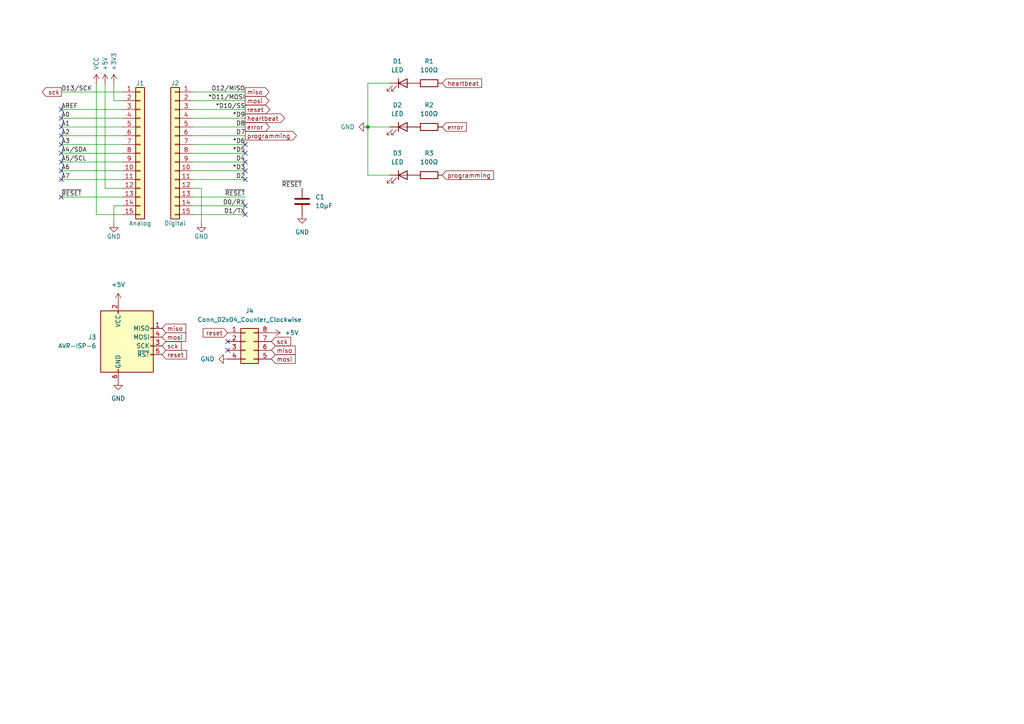
<source format=kicad_sch>
(kicad_sch (version 20250114) (generator "eeschema") (generator_version "9.0")
  (paper "A4")
  (title_block (date "sam. 04 avril 2015"))
  (lib_symbols
    (symbol "Connector:AVR-ISP-6" (pin_names (offset 1.016))
      (property "Reference" "J" (at -6.35 11.43 0))
      (property "Value" "AVR-ISP-6" (at 0 11.43 0))
      (symbol "AVR-ISP-6_0_1"
        (rectangle (start -2.667 10.16) (end -2.413 9.398))
        (rectangle (start -2.667 -6.858) (end -2.413 -7.62))
        (rectangle (start 7.62 10.16) (end -7.62 -7.62) (stroke (width 0.254)) (fill (type background)))
        (rectangle (start 7.62 5.207) (end 6.858 4.953))
        (rectangle (start 7.62 2.667) (end 6.858 2.413))
        (rectangle (start 7.62 0.127) (end 6.858 -0.127))
        (rectangle (start 7.62 -2.413) (end 6.858 -2.667))
      )
      (symbol "AVR-ISP-6_1_1"
        (pin passive line (at -2.54 12.7 270) (length 2.54) (name "VCC") (number "2"))
        (pin passive line (at -2.54 -10.16 90) (length 2.54) (name "GND") (number "6"))
        (pin passive line (at 10.16 5.08 180) (length 2.54) (name "MISO") (number "1"))
        (pin passive line (at 10.16 2.54 180) (length 2.54) (name "MOSI") (number "4"))
        (pin passive line (at 10.16 0 180) (length 2.54) (name "SCK") (number "3"))
        (pin passive line (at 10.16 -2.54 180) (length 2.54) (name "~{RST}") (number "5"))
      )
    )
    (symbol "Connector_Generic:Conn_01x15" (pin_names (offset 1.016) (hide yes))
      (property "Reference" "J" (at 0 20.32 0))
      (property "Value" "Conn_01x15" (at 0 -20.32 0))
      (symbol "Conn_01x15_1_1"
        (rectangle (start -1.27 19.05) (end 1.27 -19.05) (stroke (width 0.254)) (fill (type background)))
        (rectangle (start -1.27 17.907) (end 0 17.653) (stroke (width 0.1524)))
        (rectangle (start -1.27 15.367) (end 0 15.113) (stroke (width 0.1524)))
        (rectangle (start -1.27 12.827) (end 0 12.573) (stroke (width 0.1524)))
        (rectangle (start -1.27 10.287) (end 0 10.033) (stroke (width 0.1524)))
        (rectangle (start -1.27 7.747) (end 0 7.493) (stroke (width 0.1524)))
        (rectangle (start -1.27 5.207) (end 0 4.953) (stroke (width 0.1524)))
        (rectangle (start -1.27 2.667) (end 0 2.413) (stroke (width 0.1524)))
        (rectangle (start -1.27 0.127) (end 0 -0.127) (stroke (width 0.1524)))
        (rectangle (start -1.27 -2.413) (end 0 -2.667) (stroke (width 0.1524)))
        (rectangle (start -1.27 -4.953) (end 0 -5.207) (stroke (width 0.1524)))
        (rectangle (start -1.27 -7.493) (end 0 -7.747) (stroke (width 0.1524)))
        (rectangle (start -1.27 -10.033) (end 0 -10.287) (stroke (width 0.1524)))
        (rectangle (start -1.27 -12.573) (end 0 -12.827) (stroke (width 0.1524)))
        (rectangle (start -1.27 -15.113) (end 0 -15.367) (stroke (width 0.1524)))
        (rectangle (start -1.27 -17.653) (end 0 -17.907) (stroke (width 0.1524)))
        (pin passive line (at -5.08 17.78 0) (length 3.81) (name "Pin_1") (number "1"))
        (pin passive line (at -5.08 15.24 0) (length 3.81) (name "Pin_2") (number "2"))
        (pin passive line (at -5.08 12.7 0) (length 3.81) (name "Pin_3") (number "3"))
        (pin passive line (at -5.08 10.16 0) (length 3.81) (name "Pin_4") (number "4"))
        (pin passive line (at -5.08 7.62 0) (length 3.81) (name "Pin_5") (number "5"))
        (pin passive line (at -5.08 5.08 0) (length 3.81) (name "Pin_6") (number "6"))
        (pin passive line (at -5.08 2.54 0) (length 3.81) (name "Pin_7") (number "7"))
        (pin passive line (at -5.08 0 0) (length 3.81) (name "Pin_8") (number "8"))
        (pin passive line (at -5.08 -2.54 0) (length 3.81) (name "Pin_9") (number "9"))
        (pin passive line (at -5.08 -5.08 0) (length 3.81) (name "Pin_10") (number "10"))
        (pin passive line (at -5.08 -7.62 0) (length 3.81) (name "Pin_11") (number "11"))
        (pin passive line (at -5.08 -10.16 0) (length 3.81) (name "Pin_12") (number "12"))
        (pin passive line (at -5.08 -12.7 0) (length 3.81) (name "Pin_13") (number "13"))
        (pin passive line (at -5.08 -15.24 0) (length 3.81) (name "Pin_14") (number "14"))
        (pin passive line (at -5.08 -17.78 0) (length 3.81) (name "Pin_15") (number "15"))
      )
    )
    (symbol "Connector_Generic:Conn_02x04_Counter_Clockwise" (pin_names (offset 1.016) (hide yes))
      (property "Reference" "J" (at 1.27 5.08 0))
      (property "Value" "Conn_02x04_Counter_Clockwise" (at 1.27 -7.62 0))
      (symbol "Conn_02x04_Counter_Clockwise_1_1"
        (rectangle (start -1.27 3.81) (end 3.81 -6.35) (stroke (width 0.254)) (fill (type background)))
        (rectangle (start -1.27 2.667) (end 0 2.413) (stroke (width 0.1524)))
        (rectangle (start -1.27 0.127) (end 0 -0.127) (stroke (width 0.1524)))
        (rectangle (start -1.27 -2.413) (end 0 -2.667) (stroke (width 0.1524)))
        (rectangle (start -1.27 -4.953) (end 0 -5.207) (stroke (width 0.1524)))
        (rectangle (start 3.81 2.667) (end 2.54 2.413) (stroke (width 0.1524)))
        (rectangle (start 3.81 0.127) (end 2.54 -0.127) (stroke (width 0.1524)))
        (rectangle (start 3.81 -2.413) (end 2.54 -2.667) (stroke (width 0.1524)))
        (rectangle (start 3.81 -4.953) (end 2.54 -5.207) (stroke (width 0.1524)))
        (pin passive line (at -5.08 2.54 0) (length 3.81) (name "Pin_1") (number "1"))
        (pin passive line (at -5.08 0 0) (length 3.81) (name "Pin_2") (number "2"))
        (pin passive line (at -5.08 -2.54 0) (length 3.81) (name "Pin_3") (number "3"))
        (pin passive line (at -5.08 -5.08 0) (length 3.81) (name "Pin_4") (number "4"))
        (pin passive line (at 7.62 2.54 180) (length 3.81) (name "Pin_8") (number "8"))
        (pin passive line (at 7.62 0 180) (length 3.81) (name "Pin_7") (number "7"))
        (pin passive line (at 7.62 -2.54 180) (length 3.81) (name "Pin_6") (number "6"))
        (pin passive line (at 7.62 -5.08 180) (length 3.81) (name "Pin_5") (number "5"))
      )
    )
    (symbol "Device:C" (pin_numbers (hide yes)) (pin_names (offset 0.254))
      (property "Reference" "C" (at 0.635 2.54 0))
      (property "Value" "C" (at 0.635 -2.54 0))
      (symbol "C_0_1"
        (polyline (pts (xy -2.032 0.762) (xy 2.032 0.762)) (stroke (width 0.508)))
        (polyline (pts (xy -2.032 -0.762) (xy 2.032 -0.762)) (stroke (width 0.508)))
      )
      (symbol "C_1_1"
        (pin passive line (at 0 3.81 270) (length 2.794) (name "~") (number "1"))
        (pin passive line (at 0 -3.81 90) (length 2.794) (name "~") (number "2"))
      )
    )
    (symbol "Device:LED" (pin_numbers (hide yes)) (pin_names (offset 1.016) (hide yes))
      (property "Reference" "D" (at 0 2.54 0))
      (property "Value" "LED" (at 0 -2.54 0))
      (symbol "LED_0_1"
        (polyline (pts (xy -3.048 -0.762) (xy -4.572 -2.286) (xy -3.81 -2.286) (xy -4.572 -2.286) (xy -4.572 -1.524)))
        (polyline (pts (xy -1.778 -0.762) (xy -3.302 -2.286) (xy -2.54 -2.286) (xy -3.302 -2.286) (xy -3.302 -1.524)))
        (polyline (pts (xy -1.27 0) (xy 1.27 0)))
        (polyline (pts (xy -1.27 -1.27) (xy -1.27 1.27)) (stroke (width 0.254)))
        (polyline (pts (xy 1.27 -1.27) (xy 1.27 1.27) (xy -1.27 0) (xy 1.27 -1.27)) (stroke (width 0.254)))
      )
      (symbol "LED_1_1"
        (pin passive line (at -3.81 0 0) (length 2.54) (name "K") (number "1"))
        (pin passive line (at 3.81 0 180) (length 2.54) (name "A") (number "2"))
      )
    )
    (symbol "Device:R" (pin_numbers (hide yes)) (pin_names (offset 0))
      (property "Reference" "R" (at 2.032 0 90))
      (property "Value" "R" (at 0 0 90))
      (symbol "R_0_1"
        (rectangle (start -1.016 -2.54) (end 1.016 2.54) (stroke (width 0.254)))
      )
      (symbol "R_1_1"
        (pin passive line (at 0 3.81 270) (length 1.27) (name "~") (number "1"))
        (pin passive line (at 0 -3.81 90) (length 1.27) (name "~") (number "2"))
      )
    )
    (symbol "power:+3.3V" (power) (pin_numbers (hide yes)) (pin_names (offset 0) (hide yes))
      (property "Value" "+3.3V" (at 0 3.556 0))
      (symbol "+3.3V_0_1"
        (polyline (pts (xy -0.762 1.27) (xy 0 2.54)))
        (polyline (pts (xy 0 2.54) (xy 0.762 1.27)))
        (polyline (pts (xy 0 0) (xy 0 2.54)))
      )
      (symbol "+3.3V_1_1"
        (pin power_in line (at 0 0 90) (length 0) (name "~") (number "1"))
      )
    )
    (symbol "power:+5V" (power) (pin_numbers (hide yes)) (pin_names (offset 0) (hide yes))
      (property "Value" "+5V" (at 0 3.556 0))
      (symbol "+5V_0_1"
        (polyline (pts (xy -0.762 1.27) (xy 0 2.54)))
        (polyline (pts (xy 0 2.54) (xy 0.762 1.27)))
        (polyline (pts (xy 0 0) (xy 0 2.54)))
      )
      (symbol "+5V_1_1"
        (pin power_in line (at 0 0 90) (length 0) (name "~") (number "1"))
      )
    )
    (symbol "power:GND" (power) (pin_numbers (hide yes)) (pin_names (offset 0) (hide yes))
      (property "Value" "GND" (at 0 -3.81 0))
      (symbol "GND_0_1"
        (polyline (pts (xy 0 0) (xy 0 -1.27) (xy 1.27 -1.27) (xy 0 -2.54) (xy -1.27 -1.27) (xy 0 -1.27)))
      )
      (symbol "GND_1_1"
        (pin power_in line (at 0 0 270) (length 0) (name "~") (number "1"))
      )
    )
    (symbol "power:VCC" (power) (pin_numbers (hide yes)) (pin_names (offset 0) (hide yes))
      (property "Value" "VCC" (at 0 3.556 0))
      (symbol "VCC_0_1"
        (polyline (pts (xy -0.762 1.27) (xy 0 2.54)))
        (polyline (pts (xy 0 2.54) (xy 0.762 1.27)))
        (polyline (pts (xy 0 0) (xy 0 2.54)))
      )
      (symbol "VCC_1_1"
        (pin power_in line (at 0 0 90) (length 0) (name "~") (number "1"))
      )
    )
  )
  (junction (at 106.68 36.83))
  (no_connect (at 17.78 41.91))
  (no_connect (at 71.12 49.53))
  (no_connect (at 71.12 41.91))
  (no_connect (at 17.78 52.07))
  (no_connect (at 71.12 46.99))
  (no_connect (at 66.04 99.06))
  (no_connect (at 66.04 101.6))
  (no_connect (at 71.12 52.07))
  (no_connect (at 17.78 49.53))
  (no_connect (at 17.78 39.37))
  (no_connect (at 17.78 34.29))
  (no_connect (at 17.78 57.15))
  (no_connect (at 17.78 46.99))
  (no_connect (at 71.12 62.23))
  (no_connect (at 71.12 44.45))
  (no_connect (at 71.12 59.69))
  (no_connect (at 17.78 36.83))
  (no_connect (at 17.78 44.45))
  (no_connect (at 17.78 31.75))
  (wire (pts (xy 55.88 59.69) (xy 71.12 59.69)))
  (wire (pts (xy 35.56 29.21) (xy 33.02 29.21)))
  (wire (pts (xy 17.78 39.37) (xy 35.56 39.37)))
  (wire (pts (xy 17.78 44.45) (xy 35.56 44.45)))
  (wire (pts (xy 30.48 24.13) (xy 30.48 54.61)))
  (wire (pts (xy 35.56 54.61) (xy 30.48 54.61)))
  (wire (pts (xy 17.78 41.91) (xy 35.56 41.91)))
  (wire (pts (xy 55.88 31.75) (xy 71.12 31.75)))
  (wire (pts (xy 106.68 24.13) (xy 113.03 24.13)))
  (wire (pts (xy 55.88 36.83) (xy 71.12 36.83)))
  (wire (pts (xy 55.88 39.37) (xy 71.12 39.37)))
  (wire (pts (xy 55.88 52.07) (xy 71.12 52.07)))
  (wire (pts (xy 106.68 36.83) (xy 106.68 24.13)))
  (wire (pts (xy 17.78 31.75) (xy 35.56 31.75)))
  (wire (pts (xy 55.88 44.45) (xy 71.12 44.45)))
  (wire (pts (xy 33.02 24.13) (xy 33.02 29.21)))
  (wire (pts (xy 55.88 54.61) (xy 58.42 54.61)))
  (wire (pts (xy 55.88 26.67) (xy 71.12 26.67)))
  (wire (pts (xy 27.94 24.13) (xy 27.94 62.23)))
  (wire (pts (xy 35.56 62.23) (xy 27.94 62.23)))
  (wire (pts (xy 17.78 57.15) (xy 35.56 57.15)))
  (wire (pts (xy 55.88 41.91) (xy 71.12 41.91)))
  (wire (pts (xy 55.88 46.99) (xy 71.12 46.99)))
  (wire (pts (xy 113.03 36.83) (xy 106.68 36.83)))
  (wire (pts (xy 17.78 34.29) (xy 35.56 34.29)))
  (wire (pts (xy 113.03 50.8) (xy 106.68 50.8)))
  (wire (pts (xy 17.78 26.67) (xy 35.56 26.67)))
  (wire (pts (xy 55.88 49.53) (xy 71.12 49.53)))
  (wire (pts (xy 106.68 50.8) (xy 106.68 36.83)))
  (wire (pts (xy 17.78 52.07) (xy 35.56 52.07)))
  (wire (pts (xy 17.78 46.99) (xy 35.56 46.99)))
  (wire (pts (xy 55.88 34.29) (xy 71.12 34.29)))
  (wire (pts (xy 55.88 57.15) (xy 71.12 57.15)))
  (wire (pts (xy 58.42 54.61) (xy 58.42 64.77)))
  (wire (pts (xy 55.88 62.23) (xy 71.12 62.23)))
  (wire (pts (xy 17.78 49.53) (xy 35.56 49.53)))
  (wire (pts (xy 33.02 59.69) (xy 33.02 64.77)))
  (wire (pts (xy 35.56 59.69) (xy 33.02 59.69)))
  (wire (pts (xy 17.78 36.83) (xy 35.56 36.83)))
  (wire (pts (xy 55.88 29.21) (xy 71.12 29.21)))
  (label "D4" (at 71.12 46.99 180))
  (label "*D5" (at 71.12 44.45 180))
  (label "A2" (at 17.78 39.37 0))
  (label "D7" (at 71.12 39.37 180))
  (label "D13{slash}SCK" (at 17.78 26.67 0))
  (label "A7" (at 17.78 52.07 0))
  (label "*D6" (at 71.12 41.91 180))
  (label "*D11{slash}MOSI" (at 71.12 29.21 180))
  (label "A1" (at 17.78 36.83 0))
  (label "~{RESET}" (at 87.63 54.61 180))
  (label "A4{slash}SDA" (at 17.78 44.45 0))
  (label "A5{slash}SCL" (at 17.78 46.99 0))
  (label "A3" (at 17.78 41.91 0))
  (label "~{RESET}" (at 71.12 57.15 180))
  (label "~{RESET}" (at 17.78 57.15 0))
  (label "A6" (at 17.78 49.53 0))
  (label "A0" (at 17.78 34.29 0))
  (label "*D9" (at 71.12 34.29 180))
  (label "*D3" (at 71.12 49.53 180))
  (label "D2" (at 71.12 52.07 180))
  (label "D8" (at 71.12 36.83 180))
  (label "D1{slash}TX" (at 71.12 62.23 180))
  (label "D0{slash}RX" (at 71.12 59.69 180))
  (label "AREF" (at 17.78 31.75 0))
  (label "*D10{slash}SS" (at 71.12 31.75 180))
  (label "D12{slash}MISO" (at 71.12 26.67 180))
  (global_label "miso" (shape input) (at 46.99 95.25 0) (property "Intersheetrefs" "${INTERSHEET_REFS}" (effects (hide yes))))
  (global_label "error" (shape output) (at 71.12 36.83 0) (property "Intersheetrefs" "${INTERSHEET_REFS}" (effects (hide yes))))
  (global_label "reset" (shape output) (at 71.12 31.75 0) (property "Intersheetrefs" "${INTERSHEET_REFS}" (effects (hide yes))))
  (global_label "mosi" (shape input) (at 46.99 97.79 0) (property "Intersheetrefs" "${INTERSHEET_REFS}" (effects (hide yes))))
  (global_label "reset" (shape input) (at 66.04 96.52 180) (property "Intersheetrefs" "${INTERSHEET_REFS}" (effects (hide yes))))
  (global_label "programming" (shape input) (at 128.27 50.8 0) (property "Intersheetrefs" "${INTERSHEET_REFS}" (effects (hide yes))))
  (global_label "heartbeat" (shape output) (at 71.12 34.29 0) (property "Intersheetrefs" "${INTERSHEET_REFS}" (effects (hide yes))))
  (global_label "sck" (shape input) (at 78.74 99.06 0) (property "Intersheetrefs" "${INTERSHEET_REFS}" (effects (hide yes))))
  (global_label "heartbeat" (shape input) (at 128.27 24.13 0) (property "Intersheetrefs" "${INTERSHEET_REFS}" (effects (hide yes))))
  (global_label "mosi" (shape output) (at 71.12 29.21 0) (property "Intersheetrefs" "${INTERSHEET_REFS}" (effects (hide yes))))
  (global_label "error" (shape input) (at 128.27 36.83 0) (property "Intersheetrefs" "${INTERSHEET_REFS}" (effects (hide yes))))
  (global_label "sck" (shape output) (at 17.78 26.67 180) (property "Intersheetrefs" "${INTERSHEET_REFS}" (effects (hide yes))))
  (global_label "miso" (shape output) (at 71.12 26.67 0) (property "Intersheetrefs" "${INTERSHEET_REFS}" (effects (hide yes))))
  (global_label "programming" (shape output) (at 71.12 39.37 0) (property "Intersheetrefs" "${INTERSHEET_REFS}" (effects (hide yes))))
  (global_label "reset" (shape input) (at 46.99 102.87 0) (property "Intersheetrefs" "${INTERSHEET_REFS}" (effects (hide yes))))
  (global_label "sck" (shape input) (at 46.99 100.33 0) (property "Intersheetrefs" "${INTERSHEET_REFS}" (effects (hide yes))))
  (global_label "miso" (shape input) (at 78.74 101.6 0) (property "Intersheetrefs" "${INTERSHEET_REFS}" (effects (hide yes))))
  (global_label "mosi" (shape input) (at 78.74 104.14 0) (property "Intersheetrefs" "${INTERSHEET_REFS}" (effects (hide yes))))
  (symbol (lib_id "Connector_Generic:Conn_01x15") (at 40.64 44.45 0) (unit 1)
    (property "Reference" "J1" (at 40.64 24.13 0))
    (property "Value" "Analog" (at 40.64 64.77 0))
    (property "Footprint" "Connector_PinHeader_2.54mm:PinHeader_1x15_P2.54mm_Vertical" (effects (hide yes)))
    (property "Description" "Generic connector, single row, 01x15, script generated (kicad-library-utils/schlib/autogen/connector/)" (effects (hide yes)))
  )
  (symbol (lib_id "Connector_Generic:Conn_01x15") (at 50.8 44.45 0) (mirror y) (unit 1)
    (property "Reference" "J2" (at 50.8 24.13 0))
    (property "Value" "Digital" (at 50.8 64.77 0))
    (property "Footprint" "Connector_PinHeader_2.54mm:PinHeader_1x15_P2.54mm_Vertical" (effects (hide yes)))
    (property "Description" "Generic connector, single row, 01x15, script generated (kicad-library-utils/schlib/autogen/connector/)" (effects (hide yes)))
  )
  (symbol (lib_id "Connector:AVR-ISP-6") (at 36.83 100.33 0) (unit 1)
    (property "Reference" "J3" (at 27.94 97.7899 0) (effects (justify right)))
    (property "Value" "AVR-ISP-6" (at 27.94 100.3299 0) (effects (justify right)))
    (property "Footprint" "CustomLibrary:IDC-Header_2x03_P2.54mm_Vertical-ICSP-6" (effects (hide yes)))
    (property "Description" "Atmel 6-pin ISP connector" (effects (hide yes)))
  )
  (symbol (lib_id "Device:LED") (at 116.84 50.8 0) (unit 1)
    (property "Reference" "D3" (at 115.2525 44.45 0))
    (property "Value" "LED" (at 115.2525 46.99 0))
    (property "Footprint" "LED_SMD:LED_0603_1608Metric" (effects (hide yes)))
    (property "Description" "Light emitting diode" (effects (hide yes)))
    (property "Sim.Pins" "1=K 2=A" (effects (hide yes)))
  )
  (symbol (lib_id "Device:LED") (at 116.84 24.13 0) (unit 1)
    (property "Reference" "D1" (at 115.2525 17.78 0))
    (property "Value" "LED" (at 115.2525 20.32 0))
    (property "Footprint" "LED_SMD:LED_0603_1608Metric" (effects (hide yes)))
    (property "Description" "Light emitting diode" (effects (hide yes)))
    (property "Sim.Pins" "1=K 2=A" (effects (hide yes)))
  )
  (symbol (lib_id "Device:C") (at 87.63 58.42 0) (unit 1)
    (property "Reference" "C1" (at 91.44 57.1499 0) (effects (justify left)))
    (property "Value" "10µF" (at 91.44 59.6899 0) (effects (justify left)))
    (property "Footprint" "Capacitor_SMD:C_0603_1608Metric" (effects (hide yes)))
    (property "Description" "Unpolarized capacitor" (effects (hide yes)))
  )
  (symbol (lib_id "power:GND") (at 87.63 62.23 0) (unit 1)
    (property "Reference" "#PWR02" (effects (hide yes)))
    (property "Value" "GND" (at 87.63 67.31 0))
    (property "Description" "Power symbol creates a global label with name \"GND\" , ground" (effects (hide yes)))
  )
  (symbol (lib_id "power:GND") (at 106.68 36.83 270) (unit 1)
    (property "Reference" "#PWR01" (effects (hide yes)))
    (property "Value" "GND" (at 102.87 36.8299 90) (effects (justify right)))
    (property "Description" "Power symbol creates a global label with name \"GND\" , ground" (effects (hide yes)))
  )
  (symbol (lib_id "Device:R") (at 124.46 24.13 90) (unit 1)
    (property "Reference" "R1" (at 124.46 17.78 90))
    (property "Value" "100Ω" (at 124.46 20.32 90))
    (property "Footprint" "Resistor_SMD:R_0603_1608Metric" (effects (hide yes)))
    (property "Description" "Resistor" (effects (hide yes)))
  )
  (symbol (lib_id "Connector_Generic:Conn_02x04_Counter_Clockwise") (at 71.12 99.06 0) (unit 1)
    (property "Reference" "J4" (at 72.39 90.17 0))
    (property "Value" "Conn_02x04_Counter_Clockwise" (at 72.39 92.71 0))
    (property "Footprint" "CustomLibrary:PinHeader_2x04_P2.54mm_Vertical_Counterclockwise-Clip" (effects (hide yes)))
    (property "Description" "Generic connector, double row, 02x04, counter clockwise pin numbering scheme (similar to DIP package numbering), script generated (kicad-library-utils/schlib/autogen/connector/)" (effects (hide yes)))
  )
  (symbol (lib_id "power:+5V") (at 30.48 24.13 0) (unit 1)
    (property "Reference" "#PWR0103" (effects (hide yes)))
    (property "Value" "+5V" (at 30.48 20.574 90) (effects (justify left)))
    (property "Description" "Power symbol creates a global label with name \"+5V\"" (effects (hide yes)))
  )
  (symbol (lib_id "power:+3.3V") (at 33.02 24.13 0) (unit 1)
    (property "Reference" "#PWR0102" (effects (hide yes)))
    (property "Value" "+3V3" (at 33.02 20.574 90) (effects (justify left)))
    (property "Description" "Power symbol creates a global label with name \"+3.3V\"" (effects (hide yes)))
  )
  (symbol (lib_id "power:+5V") (at 34.29 87.63 0) (unit 1)
    (property "Reference" "#PWR07" (effects (hide yes)))
    (property "Value" "+5V" (at 34.29 82.55 0))
    (property "Description" "Power symbol creates a global label with name \"+5V\"" (effects (hide yes)))
  )
  (symbol (lib_id "power:VCC") (at 27.94 24.13 0) (unit 1)
    (property "Reference" "#PWR0101" (effects (hide yes)))
    (property "Value" "VCC" (at 27.94 20.32 90) (effects (justify left)))
    (property "Description" "Power symbol creates a global label with name \"VCC\"" (effects (hide yes)))
  )
  (symbol (lib_id "power:GND") (at 34.29 110.49 0) (unit 1)
    (property "Reference" "#PWR04" (effects (hide yes)))
    (property "Value" "GND" (at 34.29 115.57 0))
    (property "Description" "Power symbol creates a global label with name \"GND\" , ground" (effects (hide yes)))
  )
  (symbol (lib_id "power:+5V") (at 78.74 96.52 270) (unit 1)
    (property "Reference" "#PWR08" (effects (hide yes)))
    (property "Value" "+5V" (at 82.55 96.5199 90) (effects (justify left)))
    (property "Description" "Power symbol creates a global label with name \"+5V\"" (effects (hide yes)))
  )
  (symbol (lib_id "power:GND") (at 66.04 104.14 270) (unit 1)
    (property "Reference" "#PWR06" (effects (hide yes)))
    (property "Value" "GND" (at 62.23 104.1399 90) (effects (justify right)))
    (property "Description" "Power symbol creates a global label with name \"GND\" , ground" (effects (hide yes)))
  )
  (symbol (lib_id "power:GND") (at 58.42 64.77 0) (unit 1)
    (property "Reference" "#PWR0105" (effects (hide yes)))
    (property "Value" "GND" (at 58.42 68.58 0))
    (property "Description" "Power symbol creates a global label with name \"GND\" , ground" (effects (hide yes)))
  )
  (symbol (lib_id "Device:LED") (at 116.84 36.83 0) (unit 1)
    (property "Reference" "D2" (at 115.2525 30.48 0))
    (property "Value" "LED" (at 115.2525 33.02 0))
    (property "Footprint" "LED_SMD:LED_0603_1608Metric" (effects (hide yes)))
    (property "Description" "Light emitting diode" (effects (hide yes)))
    (property "Sim.Pins" "1=K 2=A" (effects (hide yes)))
  )
  (symbol (lib_id "Device:R") (at 124.46 36.83 90) (unit 1)
    (property "Reference" "R2" (at 124.46 30.48 90))
    (property "Value" "100Ω" (at 124.46 33.02 90))
    (property "Footprint" "Resistor_SMD:R_0603_1608Metric" (effects (hide yes)))
    (property "Description" "Resistor" (effects (hide yes)))
  )
  (symbol (lib_id "Device:R") (at 124.46 50.8 90) (unit 1)
    (property "Reference" "R3" (at 124.46 44.45 90))
    (property "Value" "100Ω" (at 124.46 46.99 90))
    (property "Footprint" "Resistor_SMD:R_0603_1608Metric" (effects (hide yes)))
    (property "Description" "Resistor" (effects (hide yes)))
  )
  (symbol (lib_id "power:GND") (at 33.02 64.77 0) (unit 1)
    (property "Reference" "#PWR0104" (effects (hide yes)))
    (property "Value" "GND" (at 33.02 68.58 0))
    (property "Description" "Power symbol creates a global label with name \"GND\" , ground" (effects (hide yes)))
  )
)
</source>
